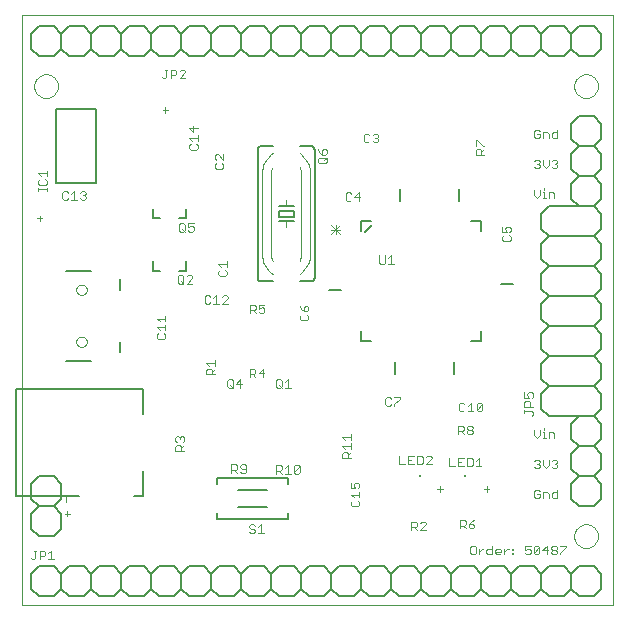
<source format=gto>
G75*
G70*
%OFA0B0*%
%FSLAX24Y24*%
%IPPOS*%
%LPD*%
%AMOC8*
5,1,8,0,0,1.08239X$1,22.5*
%
%ADD10C,0.0000*%
%ADD11C,0.0040*%
%ADD12C,0.0030*%
%ADD13C,0.0060*%
%ADD14C,0.0080*%
%ADD15R,0.0079X0.0079*%
%ADD16C,0.0020*%
D10*
X001875Y000107D02*
X001875Y019792D01*
X021560Y019792D01*
X021560Y000107D01*
X001875Y000107D01*
X003681Y008886D02*
X003683Y008912D01*
X003689Y008938D01*
X003699Y008963D01*
X003712Y008986D01*
X003728Y009006D01*
X003748Y009024D01*
X003770Y009039D01*
X003793Y009051D01*
X003819Y009059D01*
X003845Y009063D01*
X003871Y009063D01*
X003897Y009059D01*
X003923Y009051D01*
X003947Y009039D01*
X003968Y009024D01*
X003988Y009006D01*
X004004Y008986D01*
X004017Y008963D01*
X004027Y008938D01*
X004033Y008912D01*
X004035Y008886D01*
X004033Y008860D01*
X004027Y008834D01*
X004017Y008809D01*
X004004Y008786D01*
X003988Y008766D01*
X003968Y008748D01*
X003946Y008733D01*
X003923Y008721D01*
X003897Y008713D01*
X003871Y008709D01*
X003845Y008709D01*
X003819Y008713D01*
X003793Y008721D01*
X003769Y008733D01*
X003748Y008748D01*
X003728Y008766D01*
X003712Y008786D01*
X003699Y008809D01*
X003689Y008834D01*
X003683Y008860D01*
X003681Y008886D01*
X003681Y010619D02*
X003683Y010645D01*
X003689Y010671D01*
X003699Y010696D01*
X003712Y010719D01*
X003728Y010739D01*
X003748Y010757D01*
X003770Y010772D01*
X003793Y010784D01*
X003819Y010792D01*
X003845Y010796D01*
X003871Y010796D01*
X003897Y010792D01*
X003923Y010784D01*
X003947Y010772D01*
X003968Y010757D01*
X003988Y010739D01*
X004004Y010719D01*
X004017Y010696D01*
X004027Y010671D01*
X004033Y010645D01*
X004035Y010619D01*
X004033Y010593D01*
X004027Y010567D01*
X004017Y010542D01*
X004004Y010519D01*
X003988Y010499D01*
X003968Y010481D01*
X003946Y010466D01*
X003923Y010454D01*
X003897Y010446D01*
X003871Y010442D01*
X003845Y010442D01*
X003819Y010446D01*
X003793Y010454D01*
X003769Y010466D01*
X003748Y010481D01*
X003728Y010499D01*
X003712Y010519D01*
X003699Y010542D01*
X003689Y010567D01*
X003683Y010593D01*
X003681Y010619D01*
X002284Y017410D02*
X002286Y017449D01*
X002292Y017488D01*
X002302Y017526D01*
X002315Y017563D01*
X002332Y017598D01*
X002352Y017632D01*
X002376Y017663D01*
X002403Y017692D01*
X002432Y017718D01*
X002464Y017741D01*
X002498Y017761D01*
X002534Y017777D01*
X002571Y017789D01*
X002610Y017798D01*
X002649Y017803D01*
X002688Y017804D01*
X002727Y017801D01*
X002766Y017794D01*
X002803Y017783D01*
X002840Y017769D01*
X002875Y017751D01*
X002908Y017730D01*
X002939Y017705D01*
X002967Y017678D01*
X002992Y017648D01*
X003014Y017615D01*
X003033Y017581D01*
X003048Y017545D01*
X003060Y017507D01*
X003068Y017469D01*
X003072Y017430D01*
X003072Y017390D01*
X003068Y017351D01*
X003060Y017313D01*
X003048Y017275D01*
X003033Y017239D01*
X003014Y017205D01*
X002992Y017172D01*
X002967Y017142D01*
X002939Y017115D01*
X002908Y017090D01*
X002875Y017069D01*
X002840Y017051D01*
X002803Y017037D01*
X002766Y017026D01*
X002727Y017019D01*
X002688Y017016D01*
X002649Y017017D01*
X002610Y017022D01*
X002571Y017031D01*
X002534Y017043D01*
X002498Y017059D01*
X002464Y017079D01*
X002432Y017102D01*
X002403Y017128D01*
X002376Y017157D01*
X002352Y017188D01*
X002332Y017222D01*
X002315Y017257D01*
X002302Y017294D01*
X002292Y017332D01*
X002286Y017371D01*
X002284Y017410D01*
X020284Y017410D02*
X020286Y017449D01*
X020292Y017488D01*
X020302Y017526D01*
X020315Y017563D01*
X020332Y017598D01*
X020352Y017632D01*
X020376Y017663D01*
X020403Y017692D01*
X020432Y017718D01*
X020464Y017741D01*
X020498Y017761D01*
X020534Y017777D01*
X020571Y017789D01*
X020610Y017798D01*
X020649Y017803D01*
X020688Y017804D01*
X020727Y017801D01*
X020766Y017794D01*
X020803Y017783D01*
X020840Y017769D01*
X020875Y017751D01*
X020908Y017730D01*
X020939Y017705D01*
X020967Y017678D01*
X020992Y017648D01*
X021014Y017615D01*
X021033Y017581D01*
X021048Y017545D01*
X021060Y017507D01*
X021068Y017469D01*
X021072Y017430D01*
X021072Y017390D01*
X021068Y017351D01*
X021060Y017313D01*
X021048Y017275D01*
X021033Y017239D01*
X021014Y017205D01*
X020992Y017172D01*
X020967Y017142D01*
X020939Y017115D01*
X020908Y017090D01*
X020875Y017069D01*
X020840Y017051D01*
X020803Y017037D01*
X020766Y017026D01*
X020727Y017019D01*
X020688Y017016D01*
X020649Y017017D01*
X020610Y017022D01*
X020571Y017031D01*
X020534Y017043D01*
X020498Y017059D01*
X020464Y017079D01*
X020432Y017102D01*
X020403Y017128D01*
X020376Y017157D01*
X020352Y017188D01*
X020332Y017222D01*
X020315Y017257D01*
X020302Y017294D01*
X020292Y017332D01*
X020286Y017371D01*
X020284Y017410D01*
X020284Y002410D02*
X020286Y002449D01*
X020292Y002488D01*
X020302Y002526D01*
X020315Y002563D01*
X020332Y002598D01*
X020352Y002632D01*
X020376Y002663D01*
X020403Y002692D01*
X020432Y002718D01*
X020464Y002741D01*
X020498Y002761D01*
X020534Y002777D01*
X020571Y002789D01*
X020610Y002798D01*
X020649Y002803D01*
X020688Y002804D01*
X020727Y002801D01*
X020766Y002794D01*
X020803Y002783D01*
X020840Y002769D01*
X020875Y002751D01*
X020908Y002730D01*
X020939Y002705D01*
X020967Y002678D01*
X020992Y002648D01*
X021014Y002615D01*
X021033Y002581D01*
X021048Y002545D01*
X021060Y002507D01*
X021068Y002469D01*
X021072Y002430D01*
X021072Y002390D01*
X021068Y002351D01*
X021060Y002313D01*
X021048Y002275D01*
X021033Y002239D01*
X021014Y002205D01*
X020992Y002172D01*
X020967Y002142D01*
X020939Y002115D01*
X020908Y002090D01*
X020875Y002069D01*
X020840Y002051D01*
X020803Y002037D01*
X020766Y002026D01*
X020727Y002019D01*
X020688Y002016D01*
X020649Y002017D01*
X020610Y002022D01*
X020571Y002031D01*
X020534Y002043D01*
X020498Y002059D01*
X020464Y002079D01*
X020432Y002102D01*
X020403Y002128D01*
X020376Y002157D01*
X020352Y002188D01*
X020332Y002222D01*
X020315Y002257D01*
X020302Y002294D01*
X020292Y002332D01*
X020286Y002371D01*
X020284Y002410D01*
D11*
X019724Y003680D02*
X019584Y003680D01*
X019537Y003727D01*
X019537Y003820D01*
X019584Y003867D01*
X019724Y003867D01*
X019724Y003960D02*
X019724Y003680D01*
X019430Y003680D02*
X019430Y003820D01*
X019383Y003867D01*
X019243Y003867D01*
X019243Y003680D01*
X019135Y003727D02*
X019135Y003820D01*
X019042Y003820D01*
X019135Y003727D02*
X019088Y003680D01*
X018995Y003680D01*
X018948Y003727D01*
X018948Y003914D01*
X018995Y003960D01*
X019088Y003960D01*
X019135Y003914D01*
X019088Y004680D02*
X018995Y004680D01*
X018948Y004727D01*
X019042Y004820D02*
X019088Y004820D01*
X019135Y004773D01*
X019135Y004727D01*
X019088Y004680D01*
X019088Y004820D02*
X019135Y004867D01*
X019135Y004914D01*
X019088Y004960D01*
X018995Y004960D01*
X018948Y004914D01*
X019243Y004960D02*
X019243Y004773D01*
X019336Y004680D01*
X019430Y004773D01*
X019430Y004960D01*
X019537Y004914D02*
X019584Y004960D01*
X019678Y004960D01*
X019724Y004914D01*
X019724Y004867D01*
X019678Y004820D01*
X019724Y004773D01*
X019724Y004727D01*
X019678Y004680D01*
X019584Y004680D01*
X019537Y004727D01*
X019631Y004820D02*
X019678Y004820D01*
X019626Y005680D02*
X019626Y005820D01*
X019579Y005867D01*
X019439Y005867D01*
X019439Y005680D01*
X019336Y005680D02*
X019243Y005680D01*
X019290Y005680D02*
X019290Y005867D01*
X019243Y005867D01*
X019290Y005960D02*
X019290Y006007D01*
X019135Y005960D02*
X019135Y005773D01*
X019042Y005680D01*
X018948Y005773D01*
X018948Y005960D01*
X017215Y006624D02*
X017169Y006578D01*
X017075Y006578D01*
X017028Y006624D01*
X017215Y006811D01*
X017215Y006624D01*
X017028Y006624D02*
X017028Y006811D01*
X017075Y006858D01*
X017169Y006858D01*
X017215Y006811D01*
X016921Y006578D02*
X016734Y006578D01*
X016827Y006578D02*
X016827Y006858D01*
X016734Y006764D01*
X016626Y006811D02*
X016579Y006858D01*
X016486Y006858D01*
X016439Y006811D01*
X016439Y006624D01*
X016486Y006578D01*
X016579Y006578D01*
X016626Y006624D01*
X016558Y006091D02*
X016418Y006091D01*
X016418Y005811D01*
X016418Y005904D02*
X016558Y005904D01*
X016605Y005951D01*
X016605Y006044D01*
X016558Y006091D01*
X016713Y006044D02*
X016713Y005998D01*
X016759Y005951D01*
X016853Y005951D01*
X016899Y005904D01*
X016899Y005857D01*
X016853Y005811D01*
X016759Y005811D01*
X016713Y005857D01*
X016713Y005904D01*
X016759Y005951D01*
X016853Y005951D02*
X016899Y005998D01*
X016899Y006044D01*
X016853Y006091D01*
X016759Y006091D01*
X016713Y006044D01*
X016511Y005904D02*
X016605Y005811D01*
X016599Y005012D02*
X016413Y005012D01*
X016413Y004732D01*
X016599Y004732D01*
X016707Y004732D02*
X016847Y004732D01*
X016894Y004779D01*
X016894Y004966D01*
X016847Y005012D01*
X016707Y005012D01*
X016707Y004732D01*
X016506Y004872D02*
X016413Y004872D01*
X016305Y004732D02*
X016118Y004732D01*
X016118Y005012D01*
X017002Y004919D02*
X017095Y005012D01*
X017095Y004732D01*
X017002Y004732D02*
X017189Y004732D01*
X017362Y004081D02*
X017362Y003894D01*
X017269Y003987D02*
X017456Y003987D01*
X016958Y002949D02*
X016865Y002903D01*
X016772Y002809D01*
X016912Y002809D01*
X016958Y002762D01*
X016958Y002716D01*
X016912Y002669D01*
X016818Y002669D01*
X016772Y002716D01*
X016772Y002809D01*
X016664Y002809D02*
X016617Y002762D01*
X016477Y002762D01*
X016477Y002669D02*
X016477Y002949D01*
X016617Y002949D01*
X016664Y002903D01*
X016664Y002809D01*
X016570Y002762D02*
X016664Y002669D01*
X015807Y003894D02*
X015807Y004081D01*
X015714Y003987D02*
X015901Y003987D01*
X013116Y004044D02*
X013069Y003998D01*
X013116Y004044D02*
X013116Y004138D01*
X013069Y004184D01*
X012976Y004184D01*
X012929Y004138D01*
X012929Y004091D01*
X012976Y003998D01*
X012836Y003998D01*
X012836Y004184D01*
X012836Y003796D02*
X013116Y003796D01*
X013116Y003703D02*
X013116Y003890D01*
X012929Y003703D02*
X012836Y003796D01*
X012882Y003595D02*
X012836Y003548D01*
X012836Y003455D01*
X012882Y003408D01*
X013069Y003408D01*
X013116Y003455D01*
X013116Y003548D01*
X013069Y003595D01*
X014036Y006755D02*
X014130Y006755D01*
X014177Y006801D01*
X014284Y006801D02*
X014284Y006755D01*
X014284Y006801D02*
X014471Y006988D01*
X014471Y007035D01*
X014284Y007035D01*
X014177Y006988D02*
X014130Y007035D01*
X014036Y007035D01*
X013990Y006988D01*
X013990Y006801D01*
X014036Y006755D01*
X011374Y009607D02*
X011187Y009607D01*
X011141Y009654D01*
X011141Y009747D01*
X011187Y009794D01*
X011281Y009902D02*
X011281Y010042D01*
X011328Y010089D01*
X011374Y010089D01*
X011421Y010042D01*
X011421Y009949D01*
X011374Y009902D01*
X011281Y009902D01*
X011187Y009995D01*
X011141Y010089D01*
X011374Y009794D02*
X011421Y009747D01*
X011421Y009654D01*
X011374Y009607D01*
X009958Y009897D02*
X009912Y009850D01*
X009818Y009850D01*
X009772Y009897D01*
X009772Y009990D02*
X009865Y010037D01*
X009912Y010037D01*
X009958Y009990D01*
X009958Y009897D01*
X009772Y009990D02*
X009772Y010130D01*
X009958Y010130D01*
X009664Y010084D02*
X009664Y009990D01*
X009617Y009944D01*
X009477Y009944D01*
X009570Y009944D02*
X009664Y009850D01*
X009477Y009850D02*
X009477Y010130D01*
X009617Y010130D01*
X009664Y010084D01*
X008736Y010160D02*
X008549Y010160D01*
X008736Y010347D01*
X008736Y010394D01*
X008689Y010441D01*
X008596Y010441D01*
X008549Y010394D01*
X008348Y010441D02*
X008348Y010160D01*
X008255Y010160D02*
X008441Y010160D01*
X008255Y010347D02*
X008348Y010441D01*
X008147Y010394D02*
X008100Y010441D01*
X008007Y010441D01*
X007960Y010394D01*
X007960Y010207D01*
X008007Y010160D01*
X008100Y010160D01*
X008147Y010207D01*
X008464Y011087D02*
X008651Y011087D01*
X008698Y011134D01*
X008698Y011228D01*
X008651Y011274D01*
X008698Y011382D02*
X008698Y011569D01*
X008698Y011476D02*
X008417Y011476D01*
X008511Y011382D01*
X008464Y011274D02*
X008417Y011228D01*
X008417Y011134D01*
X008464Y011087D01*
X006650Y009757D02*
X006650Y009570D01*
X006650Y009664D02*
X006370Y009664D01*
X006463Y009570D01*
X006650Y009463D02*
X006650Y009276D01*
X006650Y009369D02*
X006370Y009369D01*
X006463Y009276D01*
X006417Y009168D02*
X006370Y009121D01*
X006370Y009028D01*
X006417Y008981D01*
X006604Y008981D01*
X006650Y009028D01*
X006650Y009121D01*
X006604Y009168D01*
X008021Y008187D02*
X008301Y008187D01*
X008301Y008094D02*
X008301Y008281D01*
X008114Y008094D02*
X008021Y008187D01*
X008067Y007986D02*
X008161Y007986D01*
X008208Y007939D01*
X008208Y007799D01*
X008301Y007799D02*
X008021Y007799D01*
X008021Y007939D01*
X008067Y007986D01*
X008208Y007893D02*
X008301Y007986D01*
X009468Y007990D02*
X009468Y007710D01*
X009468Y007803D02*
X009608Y007803D01*
X009655Y007850D01*
X009655Y007943D01*
X009608Y007990D01*
X009468Y007990D01*
X009561Y007803D02*
X009655Y007710D01*
X009762Y007850D02*
X009949Y007850D01*
X009903Y007710D02*
X009903Y007990D01*
X009762Y007850D01*
X009840Y002798D02*
X009840Y002517D01*
X009747Y002517D02*
X009934Y002517D01*
X009747Y002704D02*
X009840Y002798D01*
X009639Y002751D02*
X009592Y002798D01*
X009499Y002798D01*
X009452Y002751D01*
X009452Y002704D01*
X009499Y002658D01*
X009592Y002658D01*
X009639Y002611D01*
X009639Y002564D01*
X009592Y002517D01*
X009499Y002517D01*
X009452Y002564D01*
X003479Y003161D02*
X003293Y003161D01*
X003386Y003254D02*
X003386Y003067D01*
X003349Y003532D02*
X003349Y003719D01*
X002851Y001930D02*
X002757Y001837D01*
X002650Y001884D02*
X002650Y001790D01*
X002603Y001743D01*
X002463Y001743D01*
X002463Y001650D02*
X002463Y001930D01*
X002603Y001930D01*
X002650Y001884D01*
X002851Y001930D02*
X002851Y001650D01*
X002944Y001650D02*
X002757Y001650D01*
X002308Y001697D02*
X002308Y001930D01*
X002262Y001930D02*
X002355Y001930D01*
X002308Y001697D02*
X002262Y001650D01*
X002215Y001650D01*
X002168Y001697D01*
X002461Y012910D02*
X002461Y013097D01*
X002367Y013003D02*
X002554Y013003D01*
X003224Y013675D02*
X003270Y013628D01*
X003364Y013628D01*
X003411Y013675D01*
X003518Y013628D02*
X003705Y013628D01*
X003612Y013628D02*
X003612Y013908D01*
X003518Y013815D01*
X003411Y013861D02*
X003364Y013908D01*
X003270Y013908D01*
X003224Y013861D01*
X003224Y013675D01*
X002706Y013918D02*
X002706Y014012D01*
X002706Y013965D02*
X002426Y013965D01*
X002426Y013918D02*
X002426Y014012D01*
X002473Y014115D02*
X002659Y014115D01*
X002706Y014161D01*
X002706Y014255D01*
X002659Y014301D01*
X002706Y014409D02*
X002706Y014596D01*
X002706Y014503D02*
X002426Y014503D01*
X002519Y014409D01*
X002473Y014301D02*
X002426Y014255D01*
X002426Y014161D01*
X002473Y014115D01*
X003813Y013861D02*
X003860Y013908D01*
X003953Y013908D01*
X004000Y013861D01*
X004000Y013815D01*
X003953Y013768D01*
X004000Y013721D01*
X004000Y013675D01*
X003953Y013628D01*
X003860Y013628D01*
X003813Y013675D01*
X003906Y013768D02*
X003953Y013768D01*
X006654Y016512D02*
X006654Y016699D01*
X006747Y016606D02*
X006560Y016606D01*
X007448Y016025D02*
X007588Y015885D01*
X007588Y016072D01*
X007728Y016025D02*
X007448Y016025D01*
X007728Y015778D02*
X007728Y015591D01*
X007728Y015684D02*
X007448Y015684D01*
X007541Y015591D01*
X007495Y015483D02*
X007448Y015436D01*
X007448Y015343D01*
X007495Y015296D01*
X007681Y015296D01*
X007728Y015343D01*
X007728Y015436D01*
X007681Y015483D01*
X008300Y015091D02*
X008300Y014998D01*
X008347Y014951D01*
X008347Y014843D02*
X008300Y014797D01*
X008300Y014703D01*
X008347Y014657D01*
X008534Y014657D01*
X008581Y014703D01*
X008581Y014797D01*
X008534Y014843D01*
X008581Y014951D02*
X008394Y015138D01*
X008347Y015138D01*
X008300Y015091D01*
X008581Y015138D02*
X008581Y014951D01*
X007314Y017681D02*
X007128Y017681D01*
X007314Y017868D01*
X007314Y017915D01*
X007268Y017962D01*
X007174Y017962D01*
X007128Y017915D01*
X007020Y017915D02*
X007020Y017822D01*
X006973Y017775D01*
X006833Y017775D01*
X006833Y017681D02*
X006833Y017962D01*
X006973Y017962D01*
X007020Y017915D01*
X006725Y017962D02*
X006632Y017962D01*
X006678Y017962D02*
X006678Y017728D01*
X006632Y017681D01*
X006585Y017681D01*
X006538Y017728D01*
X012660Y013818D02*
X012660Y013631D01*
X012706Y013585D01*
X012800Y013585D01*
X012847Y013631D01*
X012954Y013725D02*
X013141Y013725D01*
X013095Y013585D02*
X013095Y013865D01*
X012954Y013725D01*
X012847Y013818D02*
X012800Y013865D01*
X012706Y013865D01*
X012660Y013818D01*
X016997Y015130D02*
X016997Y015270D01*
X017044Y015317D01*
X017137Y015317D01*
X017184Y015270D01*
X017184Y015130D01*
X017277Y015130D02*
X016997Y015130D01*
X017184Y015223D02*
X017277Y015317D01*
X017277Y015425D02*
X017231Y015425D01*
X017044Y015612D01*
X016997Y015612D01*
X016997Y015425D01*
X018948Y015727D02*
X018995Y015680D01*
X019088Y015680D01*
X019135Y015727D01*
X019135Y015820D01*
X019042Y015820D01*
X019135Y015914D02*
X019088Y015960D01*
X018995Y015960D01*
X018948Y015914D01*
X018948Y015727D01*
X019243Y015680D02*
X019243Y015867D01*
X019383Y015867D01*
X019430Y015820D01*
X019430Y015680D01*
X019537Y015727D02*
X019537Y015820D01*
X019584Y015867D01*
X019724Y015867D01*
X019724Y015960D02*
X019724Y015680D01*
X019584Y015680D01*
X019537Y015727D01*
X019584Y014960D02*
X019678Y014960D01*
X019724Y014914D01*
X019724Y014867D01*
X019678Y014820D01*
X019724Y014773D01*
X019724Y014727D01*
X019678Y014680D01*
X019584Y014680D01*
X019537Y014727D01*
X019430Y014773D02*
X019430Y014960D01*
X019537Y014914D02*
X019584Y014960D01*
X019631Y014820D02*
X019678Y014820D01*
X019430Y014773D02*
X019336Y014680D01*
X019243Y014773D01*
X019243Y014960D01*
X019135Y014914D02*
X019135Y014867D01*
X019088Y014820D01*
X019135Y014773D01*
X019135Y014727D01*
X019088Y014680D01*
X018995Y014680D01*
X018948Y014727D01*
X019042Y014820D02*
X019088Y014820D01*
X019135Y014914D02*
X019088Y014960D01*
X018995Y014960D01*
X018948Y014914D01*
X018948Y013960D02*
X018948Y013773D01*
X019042Y013680D01*
X019135Y013773D01*
X019135Y013960D01*
X019243Y013867D02*
X019290Y013867D01*
X019290Y013680D01*
X019336Y013680D02*
X019243Y013680D01*
X019439Y013680D02*
X019439Y013867D01*
X019579Y013867D01*
X019626Y013820D01*
X019626Y013680D01*
X019290Y013960D02*
X019290Y014007D01*
X018125Y012731D02*
X018032Y012731D01*
X017985Y012684D01*
X017985Y012637D01*
X018032Y012544D01*
X017892Y012544D01*
X017892Y012731D01*
X018125Y012731D02*
X018172Y012684D01*
X018172Y012591D01*
X018125Y012544D01*
X018125Y012436D02*
X018172Y012389D01*
X018172Y012296D01*
X018125Y012249D01*
X017939Y012249D01*
X017892Y012296D01*
X017892Y012389D01*
X017939Y012436D01*
D12*
X014274Y011479D02*
X014080Y011479D01*
X014177Y011479D02*
X014177Y011769D01*
X014080Y011672D01*
X013979Y011769D02*
X013979Y011527D01*
X013931Y011479D01*
X013834Y011479D01*
X013786Y011527D01*
X013786Y011769D01*
X012487Y012473D02*
X012173Y012787D01*
X012173Y012630D02*
X012487Y012630D01*
X012487Y012787D02*
X012173Y012473D01*
X012330Y012473D02*
X012330Y012787D01*
X011985Y014836D02*
X011791Y014836D01*
X011743Y014884D01*
X011743Y014981D01*
X011791Y015029D01*
X011985Y015029D01*
X012033Y014981D01*
X012033Y014884D01*
X011985Y014836D01*
X011936Y014932D02*
X012033Y015029D01*
X011985Y015130D02*
X011888Y015130D01*
X011888Y015275D01*
X011936Y015324D01*
X011985Y015324D01*
X012033Y015275D01*
X012033Y015179D01*
X011985Y015130D01*
X011888Y015130D02*
X011791Y015227D01*
X011743Y015324D01*
X013265Y015586D02*
X013313Y015537D01*
X013410Y015537D01*
X013458Y015586D01*
X013560Y015586D02*
X013608Y015537D01*
X013705Y015537D01*
X013753Y015586D01*
X013753Y015634D01*
X013705Y015682D01*
X013656Y015682D01*
X013705Y015682D02*
X013753Y015731D01*
X013753Y015779D01*
X013705Y015827D01*
X013608Y015827D01*
X013560Y015779D01*
X013458Y015779D02*
X013410Y015827D01*
X013313Y015827D01*
X013265Y015779D01*
X013265Y015586D01*
X007593Y012846D02*
X007400Y012846D01*
X007400Y012701D01*
X007496Y012749D01*
X007545Y012749D01*
X007593Y012701D01*
X007593Y012604D01*
X007545Y012556D01*
X007448Y012556D01*
X007400Y012604D01*
X007299Y012604D02*
X007299Y012797D01*
X007250Y012846D01*
X007153Y012846D01*
X007105Y012797D01*
X007105Y012604D01*
X007153Y012556D01*
X007250Y012556D01*
X007299Y012604D01*
X007299Y012556D02*
X007202Y012652D01*
X007211Y011116D02*
X007114Y011116D01*
X007066Y011067D01*
X007066Y010874D01*
X007114Y010825D01*
X007211Y010825D01*
X007259Y010874D01*
X007259Y011067D01*
X007211Y011116D01*
X007360Y011067D02*
X007409Y011116D01*
X007505Y011116D01*
X007554Y011067D01*
X007554Y011019D01*
X007360Y010825D01*
X007554Y010825D01*
X007259Y010825D02*
X007162Y010922D01*
X008767Y007640D02*
X008863Y007640D01*
X008912Y007592D01*
X008912Y007398D01*
X008863Y007350D01*
X008767Y007350D01*
X008718Y007398D01*
X008718Y007592D01*
X008767Y007640D01*
X008815Y007447D02*
X008912Y007350D01*
X009013Y007495D02*
X009206Y007495D01*
X009158Y007350D02*
X009158Y007640D01*
X009013Y007495D01*
X010343Y007398D02*
X010392Y007350D01*
X010488Y007350D01*
X010537Y007398D01*
X010537Y007592D01*
X010488Y007640D01*
X010392Y007640D01*
X010343Y007592D01*
X010343Y007398D01*
X010440Y007447D02*
X010537Y007350D01*
X010638Y007350D02*
X010831Y007350D01*
X010735Y007350D02*
X010735Y007640D01*
X010638Y007543D01*
X012554Y005704D02*
X012844Y005704D01*
X012844Y005800D02*
X012844Y005607D01*
X012844Y005506D02*
X012844Y005312D01*
X012844Y005409D02*
X012554Y005409D01*
X012651Y005312D01*
X012699Y005211D02*
X012748Y005163D01*
X012748Y005018D01*
X012844Y005018D02*
X012554Y005018D01*
X012554Y005163D01*
X012602Y005211D01*
X012699Y005211D01*
X012748Y005114D02*
X012844Y005211D01*
X012651Y005607D02*
X012554Y005704D01*
X011128Y004736D02*
X011128Y004542D01*
X011079Y004494D01*
X010982Y004494D01*
X010934Y004542D01*
X011128Y004736D01*
X011079Y004784D01*
X010982Y004784D01*
X010934Y004736D01*
X010934Y004542D01*
X010833Y004494D02*
X010639Y004494D01*
X010736Y004494D02*
X010736Y004784D01*
X010639Y004687D01*
X010538Y004639D02*
X010490Y004591D01*
X010345Y004591D01*
X010441Y004591D02*
X010538Y004494D01*
X010538Y004639D02*
X010538Y004736D01*
X010490Y004784D01*
X010345Y004784D01*
X010345Y004494D01*
X009346Y004562D02*
X009346Y004755D01*
X009297Y004804D01*
X009201Y004804D01*
X009152Y004755D01*
X009152Y004707D01*
X009201Y004659D01*
X009346Y004659D01*
X009346Y004562D02*
X009297Y004514D01*
X009201Y004514D01*
X009152Y004562D01*
X009051Y004514D02*
X008954Y004610D01*
X009003Y004610D02*
X008858Y004610D01*
X008858Y004514D02*
X008858Y004804D01*
X009003Y004804D01*
X009051Y004755D01*
X009051Y004659D01*
X009003Y004610D01*
X007282Y005250D02*
X006992Y005250D01*
X006992Y005395D01*
X007040Y005444D01*
X007137Y005444D01*
X007186Y005395D01*
X007186Y005250D01*
X007186Y005347D02*
X007282Y005444D01*
X007234Y005545D02*
X007282Y005593D01*
X007282Y005690D01*
X007234Y005738D01*
X007186Y005738D01*
X007137Y005690D01*
X007137Y005641D01*
X007137Y005690D02*
X007089Y005738D01*
X007040Y005738D01*
X006992Y005690D01*
X006992Y005593D01*
X007040Y005545D01*
X014455Y005096D02*
X014455Y004806D01*
X014649Y004806D01*
X014750Y004806D02*
X014944Y004806D01*
X015045Y004806D02*
X015045Y005096D01*
X015190Y005096D01*
X015238Y005048D01*
X015238Y004854D01*
X015190Y004806D01*
X015045Y004806D01*
X014847Y004951D02*
X014750Y004951D01*
X014750Y005096D02*
X014750Y004806D01*
X014750Y005096D02*
X014944Y005096D01*
X015339Y005048D02*
X015388Y005096D01*
X015485Y005096D01*
X015533Y005048D01*
X015533Y004999D01*
X015339Y004806D01*
X015533Y004806D01*
X015294Y002895D02*
X015197Y002895D01*
X015148Y002847D01*
X015047Y002847D02*
X015047Y002750D01*
X014999Y002702D01*
X014854Y002702D01*
X014951Y002702D02*
X015047Y002605D01*
X015148Y002605D02*
X015342Y002798D01*
X015342Y002847D01*
X015294Y002895D01*
X015047Y002847D02*
X014999Y002895D01*
X014854Y002895D01*
X014854Y002605D01*
X015148Y002605D02*
X015342Y002605D01*
X016818Y002042D02*
X016818Y001848D01*
X016867Y001800D01*
X016963Y001800D01*
X017012Y001848D01*
X017012Y002042D01*
X016963Y002090D01*
X016867Y002090D01*
X016818Y002042D01*
X017113Y001993D02*
X017113Y001800D01*
X017113Y001897D02*
X017210Y001993D01*
X017258Y001993D01*
X017358Y001945D02*
X017407Y001993D01*
X017552Y001993D01*
X017552Y002090D02*
X017552Y001800D01*
X017407Y001800D01*
X017358Y001848D01*
X017358Y001945D01*
X017653Y001945D02*
X017701Y001993D01*
X017798Y001993D01*
X017846Y001945D01*
X017846Y001897D01*
X017653Y001897D01*
X017653Y001945D02*
X017653Y001848D01*
X017701Y001800D01*
X017798Y001800D01*
X017948Y001800D02*
X017948Y001993D01*
X017948Y001897D02*
X018044Y001993D01*
X018093Y001993D01*
X018193Y001993D02*
X018193Y001945D01*
X018242Y001945D01*
X018242Y001993D01*
X018193Y001993D01*
X018193Y001848D02*
X018193Y001800D01*
X018242Y001800D01*
X018242Y001848D01*
X018193Y001848D01*
X018635Y001848D02*
X018684Y001800D01*
X018780Y001800D01*
X018829Y001848D01*
X018829Y001945D01*
X018780Y001993D01*
X018732Y001993D01*
X018635Y001945D01*
X018635Y002090D01*
X018829Y002090D01*
X018930Y002042D02*
X018930Y001848D01*
X019123Y002042D01*
X019123Y001848D01*
X019075Y001800D01*
X018978Y001800D01*
X018930Y001848D01*
X018930Y002042D02*
X018978Y002090D01*
X019075Y002090D01*
X019123Y002042D01*
X019224Y001945D02*
X019418Y001945D01*
X019519Y001897D02*
X019567Y001945D01*
X019664Y001945D01*
X019713Y001897D01*
X019713Y001848D01*
X019664Y001800D01*
X019567Y001800D01*
X019519Y001848D01*
X019519Y001897D01*
X019567Y001945D02*
X019519Y001993D01*
X019519Y002042D01*
X019567Y002090D01*
X019664Y002090D01*
X019713Y002042D01*
X019713Y001993D01*
X019664Y001945D01*
X019814Y001848D02*
X019814Y001800D01*
X019814Y001848D02*
X020007Y002042D01*
X020007Y002090D01*
X019814Y002090D01*
X019370Y002090D02*
X019370Y001800D01*
X019224Y001945D02*
X019370Y002090D01*
X018865Y006425D02*
X018913Y006473D01*
X018913Y006522D01*
X018865Y006570D01*
X018623Y006570D01*
X018623Y006522D02*
X018623Y006618D01*
X018623Y006720D02*
X018623Y006865D01*
X018671Y006913D01*
X018768Y006913D01*
X018816Y006865D01*
X018816Y006720D01*
X018913Y006720D02*
X018623Y006720D01*
X018623Y007014D02*
X018768Y007014D01*
X018720Y007111D01*
X018720Y007159D01*
X018768Y007208D01*
X018865Y007208D01*
X018913Y007159D01*
X018913Y007063D01*
X018865Y007014D01*
X018623Y007014D02*
X018623Y007208D01*
D13*
X019178Y007160D02*
X019178Y006660D01*
X019428Y006410D01*
X020928Y006410D01*
X021178Y006660D01*
X021178Y007160D01*
X020928Y007410D01*
X019428Y007410D01*
X019178Y007660D01*
X019178Y008160D01*
X019428Y008410D01*
X020928Y008410D01*
X021178Y008660D01*
X021178Y009160D01*
X020928Y009410D01*
X019428Y009410D01*
X019178Y009660D01*
X019178Y010160D01*
X019428Y010410D01*
X020928Y010410D01*
X021178Y010660D01*
X021178Y011160D01*
X020928Y011410D01*
X019428Y011410D01*
X019178Y011660D01*
X019178Y012160D01*
X019428Y012410D01*
X019178Y012660D01*
X019178Y013160D01*
X019428Y013410D01*
X020928Y013410D01*
X021178Y013160D01*
X021178Y012660D01*
X020928Y012410D01*
X019428Y012410D01*
X019428Y011410D02*
X019178Y011160D01*
X019178Y010660D01*
X019428Y010410D01*
X019428Y009410D02*
X019178Y009160D01*
X019178Y008660D01*
X019428Y008410D01*
X019428Y007410D02*
X019178Y007160D01*
X020178Y006160D02*
X020178Y005660D01*
X020428Y005410D01*
X020178Y005160D01*
X020178Y004660D01*
X020428Y004410D01*
X020178Y004160D01*
X020178Y003660D01*
X020428Y003410D01*
X020928Y003410D01*
X021178Y003660D01*
X021178Y004160D01*
X020928Y004410D01*
X020428Y004410D01*
X020928Y004410D02*
X021178Y004660D01*
X021178Y005160D01*
X020928Y005410D01*
X020428Y005410D01*
X020928Y005410D02*
X021178Y005660D01*
X021178Y006160D01*
X020928Y006410D01*
X020428Y006410D01*
X020178Y006160D01*
X020928Y007410D02*
X021178Y007660D01*
X021178Y008160D01*
X020928Y008410D01*
X020928Y009410D02*
X021178Y009660D01*
X021178Y010160D01*
X020928Y010410D01*
X020928Y011410D02*
X021178Y011660D01*
X021178Y012160D01*
X020928Y012410D01*
X020928Y013410D02*
X020428Y013410D01*
X020178Y013660D01*
X020178Y014160D01*
X020428Y014410D01*
X020178Y014660D01*
X020178Y015160D01*
X020428Y015410D01*
X020178Y015660D01*
X020178Y016160D01*
X020428Y016410D01*
X020928Y016410D01*
X021178Y016160D01*
X021178Y015660D01*
X020928Y015410D01*
X021178Y015160D01*
X021178Y014660D01*
X020928Y014410D01*
X021178Y014160D01*
X021178Y013660D01*
X020928Y013410D01*
X020928Y014410D02*
X020428Y014410D01*
X020428Y015410D02*
X020928Y015410D01*
X020928Y018410D02*
X020428Y018410D01*
X020178Y018660D01*
X019928Y018410D01*
X019428Y018410D01*
X019178Y018660D01*
X018928Y018410D01*
X018428Y018410D01*
X018178Y018660D01*
X017928Y018410D01*
X017428Y018410D01*
X017178Y018660D01*
X016928Y018410D01*
X016428Y018410D01*
X016178Y018660D01*
X015928Y018410D01*
X015428Y018410D01*
X015178Y018660D01*
X014928Y018410D01*
X014428Y018410D01*
X014178Y018660D01*
X013928Y018410D01*
X013428Y018410D01*
X013178Y018660D01*
X012928Y018410D01*
X012428Y018410D01*
X012178Y018660D01*
X011928Y018410D01*
X011428Y018410D01*
X011178Y018660D01*
X010928Y018410D01*
X010428Y018410D01*
X010178Y018660D01*
X009928Y018410D01*
X009428Y018410D01*
X009178Y018660D01*
X008928Y018410D01*
X008428Y018410D01*
X008178Y018660D01*
X007928Y018410D01*
X007428Y018410D01*
X007178Y018660D01*
X006928Y018410D01*
X006428Y018410D01*
X006178Y018660D01*
X005928Y018410D01*
X005428Y018410D01*
X005178Y018660D01*
X004928Y018410D01*
X004428Y018410D01*
X004178Y018660D01*
X003928Y018410D01*
X003428Y018410D01*
X003178Y018660D01*
X002928Y018410D01*
X002428Y018410D01*
X002178Y018660D01*
X002178Y019160D01*
X002428Y019410D01*
X002928Y019410D01*
X003178Y019160D01*
X003428Y019410D01*
X003928Y019410D01*
X004178Y019160D01*
X004178Y018660D01*
X004178Y019160D02*
X004428Y019410D01*
X004928Y019410D01*
X005178Y019160D01*
X005428Y019410D01*
X005928Y019410D01*
X006178Y019160D01*
X006428Y019410D01*
X006928Y019410D01*
X007178Y019160D01*
X007178Y018660D01*
X007178Y019160D02*
X007428Y019410D01*
X007928Y019410D01*
X008178Y019160D01*
X008428Y019410D01*
X008928Y019410D01*
X009178Y019160D01*
X009428Y019410D01*
X009928Y019410D01*
X010178Y019160D01*
X010178Y018660D01*
X010178Y019160D02*
X010428Y019410D01*
X010928Y019410D01*
X011178Y019160D01*
X011428Y019410D01*
X011928Y019410D01*
X012178Y019160D01*
X012428Y019410D01*
X012928Y019410D01*
X013178Y019160D01*
X013178Y018660D01*
X013178Y019160D02*
X013428Y019410D01*
X013928Y019410D01*
X014178Y019160D01*
X014428Y019410D01*
X014928Y019410D01*
X015178Y019160D01*
X015428Y019410D01*
X015928Y019410D01*
X016178Y019160D01*
X016178Y018660D01*
X016178Y019160D02*
X016428Y019410D01*
X016928Y019410D01*
X017178Y019160D01*
X017428Y019410D01*
X017928Y019410D01*
X018178Y019160D01*
X018428Y019410D01*
X018928Y019410D01*
X019178Y019160D01*
X019178Y018660D01*
X019178Y019160D02*
X019428Y019410D01*
X019928Y019410D01*
X020178Y019160D01*
X020428Y019410D01*
X020928Y019410D01*
X021178Y019160D01*
X021178Y018660D01*
X020928Y018410D01*
X020178Y018660D02*
X020178Y019160D01*
X018178Y019160D02*
X018178Y018660D01*
X017178Y018660D02*
X017178Y019160D01*
X015178Y019160D02*
X015178Y018660D01*
X014178Y018660D02*
X014178Y019160D01*
X012178Y019160D02*
X012178Y018660D01*
X011178Y018660D02*
X011178Y019160D01*
X009178Y019160D02*
X009178Y018660D01*
X008178Y018660D02*
X008178Y019160D01*
X006178Y019160D02*
X006178Y018660D01*
X005178Y018660D02*
X005178Y019160D01*
X003178Y019160D02*
X003178Y018660D01*
X002997Y016640D02*
X002997Y014180D01*
X004359Y014180D01*
X004359Y016640D01*
X002997Y016640D01*
X009728Y015310D02*
X009728Y011010D01*
X009730Y010993D01*
X009734Y010976D01*
X009741Y010960D01*
X009751Y010946D01*
X009764Y010933D01*
X009778Y010923D01*
X009794Y010916D01*
X009811Y010912D01*
X009828Y010910D01*
X010228Y010910D01*
X011128Y010910D02*
X011528Y010910D01*
X011545Y010912D01*
X011562Y010916D01*
X011578Y010923D01*
X011592Y010933D01*
X011605Y010946D01*
X011615Y010960D01*
X011622Y010976D01*
X011626Y010993D01*
X011628Y011010D01*
X011628Y015310D01*
X011626Y015327D01*
X011622Y015344D01*
X011615Y015360D01*
X011605Y015374D01*
X011592Y015387D01*
X011578Y015397D01*
X011562Y015404D01*
X011545Y015408D01*
X011528Y015410D01*
X011128Y015410D01*
X010228Y015410D02*
X009828Y015410D01*
X009811Y015408D01*
X009794Y015404D01*
X009778Y015397D01*
X009764Y015387D01*
X009751Y015374D01*
X009741Y015360D01*
X009734Y015344D01*
X009730Y015327D01*
X009728Y015310D01*
X010428Y013410D02*
X010678Y013410D01*
X010928Y013410D01*
X010928Y013260D02*
X010928Y013060D01*
X010428Y013060D01*
X010428Y013260D01*
X010928Y013260D01*
X010928Y012910D02*
X010678Y012910D01*
X010428Y012910D01*
X012108Y010610D02*
X012508Y010610D01*
X013168Y009250D02*
X013168Y008900D01*
X013518Y008900D01*
X014298Y008230D02*
X014298Y007830D01*
X016268Y007830D02*
X016268Y008230D01*
X016838Y008900D02*
X017188Y008900D01*
X017188Y009250D01*
X017848Y010810D02*
X018248Y010810D01*
X017188Y012570D02*
X017188Y012920D01*
X016838Y012920D01*
X016458Y013590D02*
X016458Y013980D01*
X014488Y013970D02*
X014488Y013570D01*
X013518Y012920D02*
X013168Y012920D01*
X013168Y012570D01*
X013298Y012540D02*
X013548Y012790D01*
X003178Y004160D02*
X003178Y003660D01*
X002928Y003410D01*
X003178Y003160D01*
X003178Y002660D01*
X002928Y002410D01*
X002428Y002410D01*
X002178Y002660D01*
X002178Y003160D01*
X002428Y003410D01*
X002178Y003660D01*
X002178Y004160D01*
X002428Y004410D01*
X002928Y004410D01*
X003178Y004160D01*
X002928Y003410D02*
X002428Y003410D01*
X002428Y001410D02*
X002178Y001160D01*
X002178Y000660D01*
X002428Y000410D01*
X002928Y000410D01*
X003178Y000660D01*
X003428Y000410D01*
X003928Y000410D01*
X004178Y000660D01*
X004178Y001160D01*
X003928Y001410D01*
X003428Y001410D01*
X003178Y001160D01*
X003178Y000660D01*
X003178Y001160D02*
X002928Y001410D01*
X002428Y001410D01*
X004178Y001160D02*
X004428Y001410D01*
X004928Y001410D01*
X005178Y001160D01*
X005428Y001410D01*
X005928Y001410D01*
X006178Y001160D01*
X006428Y001410D01*
X006928Y001410D01*
X007178Y001160D01*
X007178Y000660D01*
X006928Y000410D01*
X006428Y000410D01*
X006178Y000660D01*
X005928Y000410D01*
X005428Y000410D01*
X005178Y000660D01*
X004928Y000410D01*
X004428Y000410D01*
X004178Y000660D01*
X005178Y000660D02*
X005178Y001160D01*
X006178Y001160D02*
X006178Y000660D01*
X007178Y000660D02*
X007428Y000410D01*
X007928Y000410D01*
X008178Y000660D01*
X008428Y000410D01*
X008928Y000410D01*
X009178Y000660D01*
X009428Y000410D01*
X009928Y000410D01*
X010178Y000660D01*
X010178Y001160D01*
X009928Y001410D01*
X009428Y001410D01*
X009178Y001160D01*
X009178Y000660D01*
X009178Y001160D02*
X008928Y001410D01*
X008428Y001410D01*
X008178Y001160D01*
X008178Y000660D01*
X008178Y001160D02*
X007928Y001410D01*
X007428Y001410D01*
X007178Y001160D01*
X010178Y001160D02*
X010428Y001410D01*
X010928Y001410D01*
X011178Y001160D01*
X011428Y001410D01*
X011928Y001410D01*
X012178Y001160D01*
X012428Y001410D01*
X012928Y001410D01*
X013178Y001160D01*
X013178Y000660D01*
X012928Y000410D01*
X012428Y000410D01*
X012178Y000660D01*
X011928Y000410D01*
X011428Y000410D01*
X011178Y000660D01*
X010928Y000410D01*
X010428Y000410D01*
X010178Y000660D01*
X011178Y000660D02*
X011178Y001160D01*
X012178Y001160D02*
X012178Y000660D01*
X013178Y000660D02*
X013428Y000410D01*
X013928Y000410D01*
X014178Y000660D01*
X014428Y000410D01*
X014928Y000410D01*
X015178Y000660D01*
X015428Y000410D01*
X015928Y000410D01*
X016178Y000660D01*
X016178Y001160D01*
X015928Y001410D01*
X015428Y001410D01*
X015178Y001160D01*
X015178Y000660D01*
X015178Y001160D02*
X014928Y001410D01*
X014428Y001410D01*
X014178Y001160D01*
X014178Y000660D01*
X014178Y001160D02*
X013928Y001410D01*
X013428Y001410D01*
X013178Y001160D01*
X016178Y001160D02*
X016428Y001410D01*
X016928Y001410D01*
X017178Y001160D01*
X017428Y001410D01*
X017928Y001410D01*
X018178Y001160D01*
X018428Y001410D01*
X018928Y001410D01*
X019178Y001160D01*
X019178Y000660D01*
X018928Y000410D01*
X018428Y000410D01*
X018178Y000660D01*
X017928Y000410D01*
X017428Y000410D01*
X017178Y000660D01*
X016928Y000410D01*
X016428Y000410D01*
X016178Y000660D01*
X017178Y000660D02*
X017178Y001160D01*
X018178Y001160D02*
X018178Y000660D01*
X019178Y000660D02*
X019428Y000410D01*
X019928Y000410D01*
X020178Y000660D01*
X020428Y000410D01*
X020928Y000410D01*
X021178Y000660D01*
X021178Y001160D01*
X020928Y001410D01*
X020428Y001410D01*
X020178Y001160D01*
X020178Y000660D01*
X020178Y001160D02*
X019928Y001410D01*
X019428Y001410D01*
X019178Y001160D01*
D14*
X010734Y002971D02*
X008372Y002971D01*
X008372Y003168D01*
X009061Y003365D02*
X010045Y003365D01*
X010045Y003955D02*
X009081Y003955D01*
X008372Y004152D02*
X008372Y004349D01*
X010734Y004349D01*
X010734Y004152D01*
X010734Y003168D02*
X010734Y002971D01*
X005894Y003763D02*
X005618Y003763D01*
X005894Y003763D02*
X005894Y004590D01*
X005894Y006480D02*
X005894Y007307D01*
X001681Y007307D01*
X001681Y003763D01*
X003768Y003763D01*
X004173Y008256D02*
X003346Y008256D01*
X005157Y008532D02*
X005157Y008886D01*
X005157Y010619D02*
X005157Y010973D01*
X004173Y011249D02*
X003346Y011249D01*
X006252Y011259D02*
X006252Y011574D01*
X006252Y011259D02*
X006488Y011259D01*
X007118Y011259D02*
X007354Y011259D01*
X007354Y011574D01*
X007354Y013009D02*
X007118Y013009D01*
X007354Y013009D02*
X007354Y013324D01*
X006488Y013009D02*
X006252Y013009D01*
X006252Y013324D01*
D15*
X015139Y004410D03*
X016639Y004410D03*
D16*
X011478Y011810D02*
X011478Y014510D01*
X011178Y014510D02*
X011178Y011810D01*
X011177Y011772D01*
X011172Y011735D01*
X011165Y011698D01*
X011156Y011662D01*
X011143Y011626D01*
X011128Y011592D01*
X011478Y011810D02*
X011476Y011754D01*
X011470Y011699D01*
X011461Y011644D01*
X011447Y011590D01*
X011430Y011537D01*
X011409Y011486D01*
X011385Y011436D01*
X011357Y011388D01*
X011326Y011341D01*
X011292Y011298D01*
X011255Y011256D01*
X011215Y011217D01*
X011173Y011181D01*
X011128Y011149D01*
X010228Y011592D02*
X010213Y011626D01*
X010200Y011662D01*
X010191Y011698D01*
X010184Y011735D01*
X010179Y011772D01*
X010178Y011810D01*
X010178Y014510D01*
X009878Y014510D02*
X009878Y011810D01*
X009880Y011754D01*
X009886Y011699D01*
X009895Y011644D01*
X009909Y011590D01*
X009926Y011537D01*
X009947Y011486D01*
X009971Y011436D01*
X009999Y011388D01*
X010030Y011341D01*
X010064Y011297D01*
X010101Y011256D01*
X010141Y011217D01*
X010183Y011181D01*
X010228Y011149D01*
X010678Y012710D02*
X010678Y012910D01*
X010678Y013410D02*
X010678Y013610D01*
X011478Y014510D02*
X011476Y014566D01*
X011470Y014621D01*
X011461Y014676D01*
X011447Y014730D01*
X011430Y014783D01*
X011409Y014834D01*
X011385Y014884D01*
X011357Y014932D01*
X011326Y014979D01*
X011292Y015023D01*
X011255Y015064D01*
X011215Y015103D01*
X011173Y015139D01*
X011128Y015171D01*
X010228Y015171D02*
X010183Y015139D01*
X010141Y015103D01*
X010101Y015064D01*
X010064Y015022D01*
X010030Y014979D01*
X009999Y014932D01*
X009971Y014884D01*
X009947Y014834D01*
X009926Y014783D01*
X009909Y014730D01*
X009895Y014676D01*
X009886Y014621D01*
X009880Y014566D01*
X009878Y014510D01*
X010178Y014510D02*
X010179Y014548D01*
X010184Y014585D01*
X010191Y014622D01*
X010200Y014658D01*
X010213Y014694D01*
X010228Y014728D01*
X011128Y014728D02*
X011143Y014694D01*
X011156Y014658D01*
X011165Y014622D01*
X011172Y014585D01*
X011177Y014548D01*
X011178Y014510D01*
M02*

</source>
